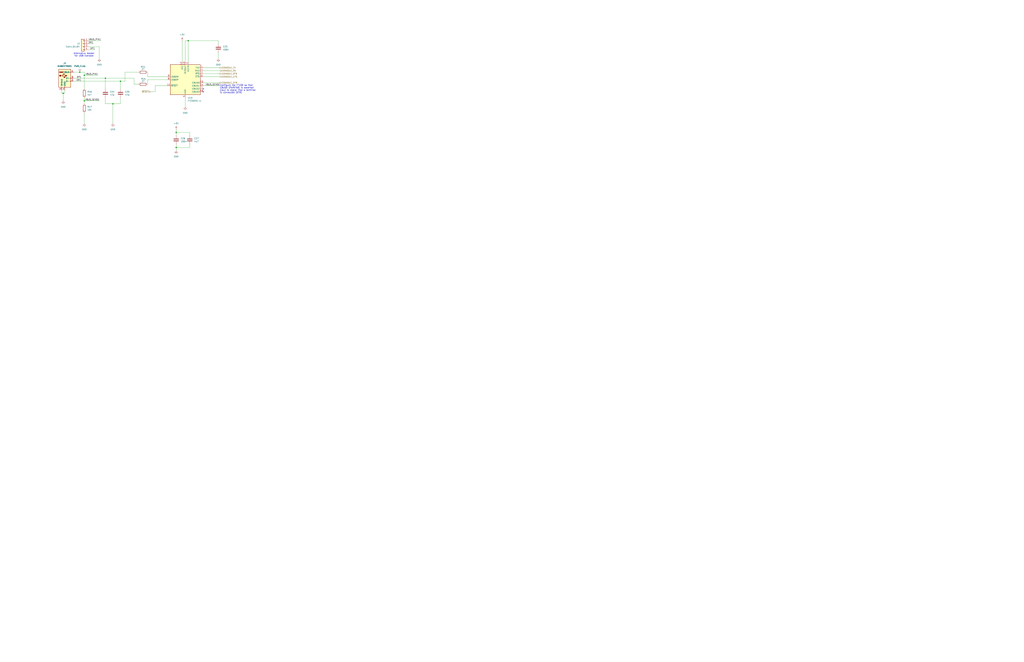
<source format=kicad_sch>
(kicad_sch (version 20250114) (generator "eeschema") (generator_version "9.0")
  (paper "D")
  (lib_symbols
    (symbol "Connector:USB_A" (pin_names (offset 1.016))
      (property "Reference" "J" (at -5.08 11.43 0))
      (property "Value" "USB_A" (at -5.08 8.89 0))
      (symbol "USB_A_0_1"
        (rectangle (start -5.08 -7.62) (end 5.08 7.62) (stroke (width 0.254)) (fill (type background)))
        (circle (center -3.81 2.159) (radius 0.635) (stroke (width 0.254)) (fill (type outline)))
        (polyline (pts (xy -3.175 2.159) (xy -2.54 2.159) (xy -1.27 3.429) (xy -0.635 3.429)) (stroke (width 0.254)))
        (polyline (pts (xy -2.54 2.159) (xy -1.905 2.159) (xy -1.27 0.889) (xy 0 0.889)) (stroke (width 0.254)))
        (rectangle (start -1.524 4.826) (end -4.318 5.334) (fill (type outline)))
        (rectangle (start -1.27 4.572) (end -4.572 5.842))
        (circle (center -0.635 3.429) (radius 0.381) (stroke (width 0.254)) (fill (type outline)))
        (rectangle (start -0.127 -7.62) (end 0.127 -6.858))
        (rectangle (start 0.254 1.27) (end -0.508 0.508) (stroke (width 0.254)) (fill (type outline)))
        (polyline (pts (xy 0.635 2.794) (xy 0.635 1.524) (xy 1.905 2.159) (xy 0.635 2.794)) (stroke (width 0.254)) (fill (type outline)))
        (rectangle (start 5.08 4.953) (end 4.318 5.207))
        (rectangle (start 5.08 -0.127) (end 4.318 0.127))
        (rectangle (start 5.08 -2.667) (end 4.318 -2.413))
      )
      (symbol "USB_A_1_1"
        (polyline (pts (xy -1.905 2.159) (xy 0.635 2.159)) (stroke (width 0.254)))
        (pin passive line (at -2.54 -10.16 90) (length 2.54) (name "Shield") (number "5"))
        (pin power_in line (at 0 -10.16 90) (length 2.54) (name "GND") (number "4"))
        (pin power_in line (at 7.62 5.08 180) (length 2.54) (name "VBUS") (number "1"))
        (pin bidirectional line (at 7.62 0 180) (length 2.54) (name "D+") (number "3"))
        (pin bidirectional line (at 7.62 -2.54 180) (length 2.54) (name "D-") (number "2"))
      )
    )
    (symbol "Connector_Generic:Conn_01x04" (pin_names (offset 1.016) (hide yes))
      (property "Reference" "J" (at 0 5.08 0))
      (property "Value" "Conn_01x04" (at 0 -7.62 0))
      (symbol "Conn_01x04_1_1"
        (rectangle (start -1.27 3.81) (end 1.27 -6.35) (stroke (width 0.254)) (fill (type background)))
        (rectangle (start -1.27 2.667) (end 0 2.413) (stroke (width 0.1524)))
        (rectangle (start -1.27 0.127) (end 0 -0.127) (stroke (width 0.1524)))
        (rectangle (start -1.27 -2.413) (end 0 -2.667) (stroke (width 0.1524)))
        (rectangle (start -1.27 -4.953) (end 0 -5.207) (stroke (width 0.1524)))
        (pin passive line (at -5.08 2.54 0) (length 3.81) (name "Pin_1") (number "1"))
        (pin passive line (at -5.08 0 0) (length 3.81) (name "Pin_2") (number "2"))
        (pin passive line (at -5.08 -2.54 0) (length 3.81) (name "Pin_3") (number "3"))
        (pin passive line (at -5.08 -5.08 0) (length 3.81) (name "Pin_4") (number "4"))
      )
    )
    (symbol "Device:C" (pin_numbers (hide yes)) (pin_names (offset 0.254))
      (property "Reference" "C" (at 0.635 2.54 0))
      (property "Value" "C" (at 0.635 -2.54 0))
      (symbol "C_0_1"
        (polyline (pts (xy -2.032 0.762) (xy 2.032 0.762)) (stroke (width 0.508)))
        (polyline (pts (xy -2.032 -0.762) (xy 2.032 -0.762)) (stroke (width 0.508)))
      )
      (symbol "C_1_1"
        (pin passive line (at 0 3.81 270) (length 2.794) (name "~") (number "1"))
        (pin passive line (at 0 -3.81 90) (length 2.794) (name "~") (number "2"))
      )
    )
    (symbol "Device:R" (pin_numbers (hide yes)) (pin_names (offset 0))
      (property "Reference" "R" (at 2.032 0 90))
      (property "Value" "R" (at 0 0 90))
      (symbol "R_0_1"
        (rectangle (start -1.016 -2.54) (end 1.016 2.54) (stroke (width 0.254)))
      )
      (symbol "R_1_1"
        (pin passive line (at 0 3.81 270) (length 1.27) (name "~") (number "1"))
        (pin passive line (at 0 -3.81 90) (length 1.27) (name "~") (number "2"))
      )
    )
    (symbol "Interface_USB:FT230XS"
      (property "Reference" "U" (at -12.7 13.97 0))
      (property "Value" "FT230XS" (at 5.08 13.97 0))
      (symbol "FT230XS_0_1"
        (rectangle (start -12.7 12.7) (end 12.7 -12.7) (stroke (width 0.254)) (fill (type background)))
      )
      (symbol "FT230XS_1_1"
        (pin bidirectional line (at -15.24 2.54 0) (length 2.54) (name "USBDM") (number "9"))
        (pin bidirectional line (at -15.24 0 0) (length 2.54) (name "USBDP") (number "8"))
        (pin input line (at -15.24 -5.08 0) (length 2.54) (name "~{RESET}") (number "11"))
        (pin power_in line (at -2.54 15.24 270) (length 2.54) (name "VCC") (number "12"))
        (pin power_out line (at 0 15.24 270) (length 2.54) (name "3V3OUT") (number "10"))
        (pin passive line (at 0 -15.24 90) (length 2.54) (hide yes) (name "GND") (number "13"))
        (pin power_in line (at 0 -15.24 90) (length 2.54) (name "GND") (number "5"))
        (pin power_in line (at 2.54 15.24 270) (length 2.54) (name "VCCIO") (number "3"))
        (pin output line (at 15.24 10.16 180) (length 2.54) (name "TXD") (number "1"))
        (pin input line (at 15.24 7.62 180) (length 2.54) (name "RXD") (number "4"))
        (pin output line (at 15.24 5.08 180) (length 2.54) (name "~{RTS}") (number "2"))
        (pin input line (at 15.24 2.54 180) (length 2.54) (name "~{CTS}") (number "6"))
        (pin bidirectional line (at 15.24 -2.54 180) (length 2.54) (name "CBUS0") (number "15"))
        (pin bidirectional line (at 15.24 -5.08 180) (length 2.54) (name "CBUS1") (number "14"))
        (pin bidirectional line (at 15.24 -7.62 180) (length 2.54) (name "CBUS2") (number "7"))
        (pin bidirectional line (at 15.24 -10.16 180) (length 2.54) (name "CBUS3") (number "16"))
      )
    )
    (symbol "power:+5V" (power) (pin_numbers (hide yes)) (pin_names (offset 0) (hide yes))
      (property "Value" "+5V" (at 0 3.556 0))
      (symbol "+5V_0_1"
        (polyline (pts (xy -0.762 1.27) (xy 0 2.54)))
        (polyline (pts (xy 0 2.54) (xy 0.762 1.27)))
        (polyline (pts (xy 0 0) (xy 0 2.54)))
      )
      (symbol "+5V_1_1"
        (pin power_in line (at 0 0 90) (length 0) (name "~") (number "1"))
      )
    )
    (symbol "power:GND" (power) (pin_numbers (hide yes)) (pin_names (offset 0) (hide yes))
      (property "Value" "GND" (at 0 -3.81 0))
      (symbol "GND_0_1"
        (polyline (pts (xy 0 0) (xy 0 -1.27) (xy 1.27 -1.27) (xy 0 -2.54) (xy -1.27 -1.27) (xy 0 -1.27)))
      )
      (symbol "GND_1_1"
        (pin power_in line (at 0 0 270) (length 0) (name "~") (number "1"))
      )
    )
    (symbol "power:PWR_FLAG" (power) (pin_numbers (hide yes)) (pin_names (offset 0) (hide yes))
      (property "Value" "PWR_FLAG" (at 0 3.81 0))
      (symbol "PWR_FLAG_0_0"
        (pin power_out line (at 0 0 90) (length 0) (name "~") (number "1"))
      )
      (symbol "PWR_FLAG_0_1"
        (polyline (pts (xy 0 0) (xy 0 1.27) (xy -1.016 1.905) (xy 0 2.54) (xy 1.016 1.905) (xy 0 1.27)))
      )
    )
  )
  (text "Alternative header\nfor USB Console" (at 70.866 46.228 0) (effects (font (size 1.27 1.27))))
  (text "Configure the FT230 so that \nCBUS0 (PWREN#) is asserted \n(low) to signal that a terminal\nis connected (DTR)" (at 185.42 75.184 0) (effects (font (size 1.27 1.27)) (justify left)))
  (junction (at 148.59 124.46))
  (junction (at 95.25 87.63))
  (junction (at 71.12 63.5))
  (junction (at 101.6 68.58))
  (junction (at 53.34 78.74))
  (junction (at 71.12 85.09))
  (junction (at 158.75 34.29))
  (junction (at 88.9 66.04))
  (junction (at 148.59 111.76))
  (junction (at 67.31 60.96))
  (no_connect (at 171.45 77.47))
  (no_connect (at 171.45 74.93))
  (wire (pts (xy 156.21 52.07) (xy 156.21 34.29)))
  (wire (pts (xy 88.9 82.55) (xy 88.9 87.63)))
  (wire (pts (xy 156.21 34.29) (xy 158.75 34.29)))
  (wire (pts (xy 130.81 77.47) (xy 127 77.47)))
  (wire (pts (xy 71.12 95.25) (xy 71.12 104.14)))
  (wire (pts (xy 160.02 121.92) (xy 160.02 124.46)))
  (wire (pts (xy 71.12 85.09) (xy 83.82 85.09)))
  (wire (pts (xy 171.45 59.69) (xy 185.42 59.69)))
  (wire (pts (xy 71.12 60.96) (xy 71.12 63.5)))
  (wire (pts (xy 124.46 64.77) (xy 140.97 64.77)))
  (wire (pts (xy 95.25 87.63) (xy 101.6 87.63)))
  (wire (pts (xy 148.59 109.22) (xy 148.59 111.76)))
  (wire (pts (xy 171.45 64.77) (xy 185.42 64.77)))
  (wire (pts (xy 83.82 39.37) (xy 83.82 49.53)))
  (wire (pts (xy 71.12 82.55) (xy 71.12 85.09)))
  (wire (pts (xy 148.59 121.92) (xy 148.59 124.46)))
  (wire (pts (xy 95.25 87.63) (xy 95.25 104.14)))
  (wire (pts (xy 171.45 57.15) (xy 185.42 57.15)))
  (wire (pts (xy 74.93 39.37) (xy 83.82 39.37)))
  (wire (pts (xy 88.9 66.04) (xy 88.9 74.93)))
  (wire (pts (xy 52.07 78.74) (xy 52.07 76.2)))
  (wire (pts (xy 124.46 67.31) (xy 140.97 67.31)))
  (wire (pts (xy 113.03 66.04) (xy 113.03 71.12)))
  (wire (pts (xy 74.93 36.83) (xy 78.74 36.83)))
  (wire (pts (xy 85.09 34.29) (xy 74.93 34.29)))
  (wire (pts (xy 148.59 124.46) (xy 160.02 124.46)))
  (wire (pts (xy 148.59 111.76) (xy 148.59 114.3)))
  (wire (pts (xy 113.03 71.12) (xy 116.84 71.12)))
  (wire (pts (xy 71.12 63.5) (xy 82.55 63.5)))
  (wire (pts (xy 88.9 87.63) (xy 95.25 87.63)))
  (wire (pts (xy 54.61 76.2) (xy 54.61 78.74)))
  (wire (pts (xy 105.41 60.96) (xy 105.41 68.58)))
  (wire (pts (xy 158.75 34.29) (xy 184.15 34.29)))
  (wire (pts (xy 124.46 60.96) (xy 124.46 64.77)))
  (wire (pts (xy 80.01 41.91) (xy 74.93 41.91)))
  (wire (pts (xy 54.61 78.74) (xy 53.34 78.74)))
  (wire (pts (xy 184.15 34.29) (xy 184.15 36.83)))
  (wire (pts (xy 62.23 60.96) (xy 67.31 60.96)))
  (wire (pts (xy 62.23 68.58) (xy 101.6 68.58)))
  (wire (pts (xy 101.6 82.55) (xy 101.6 87.63)))
  (wire (pts (xy 71.12 85.09) (xy 71.12 87.63)))
  (wire (pts (xy 184.15 44.45) (xy 184.15 49.53)))
  (wire (pts (xy 130.81 72.39) (xy 140.97 72.39)))
  (wire (pts (xy 171.45 62.23) (xy 185.42 62.23)))
  (wire (pts (xy 124.46 71.12) (xy 124.46 67.31)))
  (wire (pts (xy 67.31 60.96) (xy 71.12 60.96)))
  (wire (pts (xy 53.34 78.74) (xy 52.07 78.74)))
  (wire (pts (xy 171.45 69.85) (xy 185.42 69.85)))
  (wire (pts (xy 171.45 72.39) (xy 185.42 72.39)))
  (wire (pts (xy 156.21 82.55) (xy 156.21 90.17)))
  (wire (pts (xy 160.02 111.76) (xy 160.02 114.3)))
  (wire (pts (xy 101.6 68.58) (xy 101.6 74.93)))
  (wire (pts (xy 62.23 66.04) (xy 88.9 66.04)))
  (wire (pts (xy 130.81 72.39) (xy 130.81 77.47)))
  (wire (pts (xy 148.59 111.76) (xy 160.02 111.76)))
  (wire (pts (xy 105.41 60.96) (xy 116.84 60.96)))
  (wire (pts (xy 153.67 34.29) (xy 153.67 52.07)))
  (wire (pts (xy 53.34 78.74) (xy 53.34 85.09)))
  (wire (pts (xy 88.9 66.04) (xy 113.03 66.04)))
  (wire (pts (xy 71.12 63.5) (xy 71.12 74.93)))
  (wire (pts (xy 158.75 34.29) (xy 158.75 52.07)))
  (wire (pts (xy 101.6 68.58) (xy 105.41 68.58)))
  (wire (pts (xy 148.59 127) (xy 148.59 124.46)))
  (label "DP1" (at 80.01 41.91 180))
  (label "VBUS_SENSE" (at 185.42 72.39 180))
  (label "VBUS_SENSE" (at 83.82 85.09 180))
  (label "VBUS_PIN1" (at 85.09 34.29 180))
  (label "DM1" (at 68.58 68.58 180))
  (label "DM1" (at 78.74 36.83 180))
  (label "DP1" (at 68.58 66.04 180))
  (label "VBUS_PIN1" (at 82.55 63.5 180))
  (hierarchical_label "CONSOLE_RTS" (shape output) (at 185.42 62.23 0))
  (hierarchical_label "CONSOLE_DTR" (shape output) (at 185.42 69.85 0))
  (hierarchical_label "CONSOLE_RX" (shape input) (at 185.42 59.69 0))
  (hierarchical_label "~{RESET}" (shape input) (at 127 77.47 180))
  (hierarchical_label "CONSOLE_CTS" (shape input) (at 185.42 64.77 0))
  (hierarchical_label "CONSOLE_TX" (shape output) (at 185.42 57.15 0))
  (symbol (lib_id "Interface_USB:FT230XS") (at 156.21 67.31 0) (unit 1)
    (property "Reference" "U2" (at 158.3533 82.55 0) (effects (justify left)))
    (property "Value" "FT230XS-U" (at 158.3533 85.09 0) (effects (justify left)))
    (property "Footprint" "Package_SO:SSOP-16_3.9x4.9mm_P0.635mm" (effects (hide yes)))
    (property "Datasheet" "https://ftdichip.com/wp-content/uploads/2025/06/DS_FT230X.pdf" (effects (hide yes)))
    (property "Description" "Full-Speed USB to Basic UART, SSOP-16" (effects (hide yes)))
    (property private "KLC_S4.2_VCC" "This is not a power converter chip" (effects (hide yes)))
    (property private "KLC_S4.2_3V3OUT" "This is not a power converter chip" (effects (hide yes)))
    (property "MANUFACTURER_PART_NUMBER" "FT230XS-U" (effects (hide yes)))
    (instances (project "" (path "" (reference "U13") (unit 1))) (project "" (path "" (reference "U2") (unit 1))))
  )
  (symbol (lib_id "power:+5V") (at 153.67 34.29 0) (unit 1)
    (property "Reference" "#PWR022" (effects (hide yes)))
    (property "Value" "+5V" (at 153.67 29.21 0))
    (property "Description" "Power symbol creates a global label with name \"+5V\"" (effects (hide yes)))
    (instances (project "" (path "" (reference "#PWR065") (unit 1))) (project "" (path "" (reference "#PWR022") (unit 1))))
  )
  (symbol (lib_id "power:GND") (at 184.15 49.53 0) (unit 1)
    (property "Reference" "#PWR024" (effects (hide yes)))
    (property "Value" "GND" (at 184.15 54.61 0))
    (property "Description" "Power symbol creates a global label with name \"GND\" , ground" (effects (hide yes)))
    (instances (project "" (path "" (reference "#PWR067") (unit 1))) (project "" (path "" (reference "#PWR024") (unit 1))))
  )
  (symbol (lib_id "Connector:USB_A") (at 54.61 66.04 0) (unit 1)
    (property "Reference" "J3" (at 54.61 53.34 0))
    (property "Value" "0480370001" (at 54.61 55.88 0))
    (property "Footprint" "Footprints:CONN_480370001_MOL" (effects (hide yes)))
    (property "Description" "USB Type A connector (Molex USB-A)" (effects (hide yes)))
    (property "MANUFACTURER_PART_NUMBER" "MSD-1-A" (effects (hide yes)))
    (instances (project "" (path "" (reference "J4") (unit 1))) (project "" (path "" (reference "J3") (unit 1))))
  )
  (symbol (lib_id "Connector_Generic:Conn_01x04") (at 69.85 36.83 0) (mirror y) (unit 1)
    (property "Reference" "J2" (at 67.31 36.8299 0) (effects (justify left)))
    (property "Value" "Conn_01x04" (at 67.31 39.3699 0) (effects (justify left)))
    (property "Footprint" "Connector_PinSocket_2.54mm:PinSocket_1x04_P2.54mm_Vertical" (effects (hide yes)))
    (property "Description" "Generic connector, single row, 01x04, script generated (kicad-library-utils/schlib/autogen/connector/)" (effects (hide yes)))
    (property "MANUFACTURER_PART_NUMBER" "732-5301-ND" (effects (hide yes)))
    (instances (project "Z80HomeBrew" (path "" (reference "J3") (unit 1))) (project "Z80HomeBrew" (path "" (reference "J2") (unit 1))))
  )
  (symbol (lib_id "Device:C") (at 148.59 118.11 0) (unit 1)
    (property "Reference" "C9" (at 152.4 116.8399 0) (effects (justify left)))
    (property "Value" "100n" (at 152.4 119.3799 0) (effects (justify left)))
    (property "Footprint" "Capacitor_SMD:C_0603_1608Metric" (effects (hide yes)))
    (property "Description" "Unpolarized capacitor" (effects (hide yes)))
    (property "MANUFACTURER_PART_NUMBER" "C0603C104K5RACTU" (effects (hide yes)))
    (instances (project "Z80HomeBrew" (path "" (reference "C26") (unit 1))) (project "Z80HomeBrew" (path "" (reference "C9") (unit 1))))
  )
  (symbol (lib_id "Device:R") (at 120.65 71.12 90) (unit 1)
    (property "Reference" "R5" (at 120.904 66.548 90))
    (property "Value" "27" (at 120.65 68.58 90))
    (property "Footprint" "Resistor_SMD:R_0603_1608Metric" (effects (hide yes)))
    (property "Description" "Resistor" (effects (hide yes)))
    (property "MANUFACTURER_PART_NUMBER" "RC0603FR-0727RL" (effects (hide yes)))
    (instances (project "Z80HomeBrew" (path "" (reference "R15") (unit 1))) (project "Z80HomeBrew" (path "" (reference "R5") (unit 1))))
  )
  (symbol (lib_id "Device:R") (at 120.65 60.96 90) (unit 1)
    (property "Reference" "R4" (at 120.65 56.388 90))
    (property "Value" "27" (at 120.65 58.42 90))
    (property "Footprint" "Resistor_SMD:R_0603_1608Metric" (effects (hide yes)))
    (property "Description" "Resistor" (effects (hide yes)))
    (property "MANUFACTURER_PART_NUMBER" "RC0603FR-0727RL" (effects (hide yes)))
    (instances (project "Z80HomeBrew" (path "" (reference "R14") (unit 1))) (project "Z80HomeBrew" (path "" (reference "R4") (unit 1))))
  )
  (symbol (lib_id "power:+5V") (at 148.59 109.22 0) (unit 1)
    (property "Reference" "#PWR029" (effects (hide yes)))
    (property "Value" "+5V" (at 148.59 104.14 0))
    (property "Description" "Power symbol creates a global label with name \"+5V\"" (effects (hide yes)))
    (instances (project "Z80HomeBrew" (path "" (reference "#PWR072") (unit 1))) (project "Z80HomeBrew" (path "" (reference "#PWR029") (unit 1))))
  )
  (symbol (lib_id "power:GND") (at 156.21 90.17 0) (unit 1)
    (property "Reference" "#PWR026" (effects (hide yes)))
    (property "Value" "GND" (at 156.21 95.25 0))
    (property "Description" "Power symbol creates a global label with name \"GND\" , ground" (effects (hide yes)))
    (instances (project "Z80HomeBrew" (path "" (reference "#PWR069") (unit 1))) (project "Z80HomeBrew" (path "" (reference "#PWR026") (unit 1))))
  )
  (symbol (lib_id "power:GND") (at 148.59 127 0) (unit 1)
    (property "Reference" "#PWR030" (effects (hide yes)))
    (property "Value" "GND" (at 148.59 132.08 0))
    (property "Description" "Power symbol creates a global label with name \"GND\" , ground" (effects (hide yes)))
    (instances (project "Z80HomeBrew" (path "" (reference "#PWR073") (unit 1))) (project "Z80HomeBrew" (path "" (reference "#PWR030") (unit 1))))
  )
  (symbol (lib_id "Device:C") (at 160.02 118.11 0) (unit 1)
    (property "Reference" "C10" (at 163.83 116.8399 0) (effects (justify left)))
    (property "Value" "4u7" (at 163.83 119.3799 0) (effects (justify left)))
    (property "Footprint" "Capacitor_SMD:C_0603_1608Metric" (effects (hide yes)))
    (property "Description" "Unpolarized capacitor" (effects (hide yes)))
    (property "MANUFACTURER_PART_NUMBER" "CL10A475KP8NNNC" (effects (hide yes)))
    (instances (project "Z80HomeBrew" (path "" (reference "C27") (unit 1))) (project "Z80HomeBrew" (path "" (reference "C10") (unit 1))))
  )
  (symbol (lib_id "power:PWR_FLAG") (at 67.31 60.96 0) (unit 1)
    (property "Reference" "#FLG04" (effects (hide yes)))
    (property "Value" "PWR_FLAG" (at 67.31 55.88 0))
    (property "Description" "Special symbol for telling ERC where power comes from" (effects (hide yes)))
    (instances (project "" (path "" (reference "#FLG01") (unit 1))) (project "" (path "" (reference "#FLG04") (unit 1))))
  )
  (symbol (lib_id "Device:R") (at 71.12 78.74 0) (unit 1)
    (property "Reference" "R6" (at 73.66 77.4699 0) (effects (justify left)))
    (property "Value" "4k7" (at 73.66 80.0099 0) (effects (justify left)))
    (property "Footprint" "Resistor_SMD:R_0603_1608Metric" (effects (hide yes)))
    (property "Description" "Resistor" (effects (hide yes)))
    (property "MANUFACTURER_PART_NUMBER" "CRCW06034K70FKEA" (effects (hide yes)))
    (instances (project "" (path "" (reference "R16") (unit 1))) (project "" (path "" (reference "R6") (unit 1))))
  )
  (symbol (lib_id "Device:C") (at 88.9 78.74 0) (unit 1)
    (property "Reference" "C7" (at 92.71 77.4699 0) (effects (justify left)))
    (property "Value" "47p" (at 92.71 80.0099 0) (effects (justify left)))
    (property "Footprint" "Capacitor_SMD:C_0603_1608Metric" (effects (hide yes)))
    (property "Description" "Unpolarized capacitor" (effects (hide yes)))
    (property "MANUFACTURER_PART_NUMBER" "885012006021" (effects (hide yes)))
    (instances (project "Z80HomeBrew" (path "" (reference "C24") (unit 1))) (project "Z80HomeBrew" (path "" (reference "C7") (unit 1))))
  )
  (symbol (lib_id "Device:C") (at 101.6 78.74 0) (unit 1)
    (property "Reference" "C8" (at 105.41 77.4699 0) (effects (justify left)))
    (property "Value" "47p" (at 105.41 80.0099 0) (effects (justify left)))
    (property "Footprint" "Capacitor_SMD:C_0603_1608Metric" (effects (hide yes)))
    (property "Description" "Unpolarized capacitor" (effects (hide yes)))
    (property "MANUFACTURER_PART_NUMBER" "885012006021" (effects (hide yes)))
    (instances (project "Z80HomeBrew" (path "" (reference "C25") (unit 1))) (project "Z80HomeBrew" (path "" (reference "C8") (unit 1))))
  )
  (symbol (lib_id "Device:C") (at 184.15 40.64 0) (unit 1)
    (property "Reference" "C6" (at 187.96 39.3699 0) (effects (justify left)))
    (property "Value" "100n" (at 187.96 41.9099 0) (effects (justify left)))
    (property "Footprint" "Capacitor_SMD:C_0603_1608Metric" (effects (hide yes)))
    (property "Description" "Unpolarized capacitor" (effects (hide yes)))
    (property "MANUFACTURER_PART_NUMBER" "C0603C104K5RACTU" (effects (hide yes)))
    (instances (project "" (path "" (reference "C23") (unit 1))) (project "" (path "" (reference "C6") (unit 1))))
  )
  (symbol (lib_id "power:GND") (at 95.25 104.14 0) (unit 1)
    (property "Reference" "#PWR028" (effects (hide yes)))
    (property "Value" "GND" (at 95.25 109.22 0))
    (property "Description" "Power symbol creates a global label with name \"GND\" , ground" (effects (hide yes)))
    (instances (project "Z80HomeBrew" (path "" (reference "#PWR071") (unit 1))) (project "Z80HomeBrew" (path "" (reference "#PWR028") (unit 1))))
  )
  (symbol (lib_id "power:GND") (at 53.34 85.09 0) (unit 1)
    (property "Reference" "#PWR025" (effects (hide yes)))
    (property "Value" "GND" (at 53.34 90.17 0))
    (property "Description" "Power symbol creates a global label with name \"GND\" , ground" (effects (hide yes)))
    (instances (project "Z80HomeBrew" (path "" (reference "#PWR068") (unit 1))) (project "Z80HomeBrew" (path "" (reference "#PWR025") (unit 1))))
  )
  (symbol (lib_id "power:GND") (at 83.82 49.53 0) (unit 1)
    (property "Reference" "#PWR023" (effects (hide yes)))
    (property "Value" "GND" (at 83.82 54.61 0))
    (property "Description" "Power symbol creates a global label with name \"GND\" , ground" (effects (hide yes)))
    (instances (project "Z80HomeBrew" (path "" (reference "#PWR066") (unit 1))) (project "Z80HomeBrew" (path "" (reference "#PWR023") (unit 1))))
  )
  (symbol (lib_id "power:GND") (at 71.12 104.14 0) (unit 1)
    (property "Reference" "#PWR027" (effects (hide yes)))
    (property "Value" "GND" (at 71.12 109.22 0))
    (property "Description" "Power symbol creates a global label with name \"GND\" , ground" (effects (hide yes)))
    (instances (project "Z80HomeBrew" (path "" (reference "#PWR070") (unit 1))) (project "Z80HomeBrew" (path "" (reference "#PWR027") (unit 1))))
  )
  (symbol (lib_id "Device:R") (at 71.12 91.44 0) (unit 1)
    (property "Reference" "R7" (at 73.66 90.1699 0) (effects (justify left)))
    (property "Value" "10k" (at 73.66 92.7099 0) (effects (justify left)))
    (property "Footprint" "Resistor_SMD:R_0603_1608Metric" (effects (hide yes)))
    (property "Description" "Resistor" (effects (hide yes)))
    (property "MANUFACTURER_PART_NUMBER" "RC0603FR-0710KL" (effects (hide yes)))
    (instances (project "Z80HomeBrew" (path "" (reference "R17") (unit 1))) (project "Z80HomeBrew" (path "" (reference "R7") (unit 1))))
  )
)
</source>
